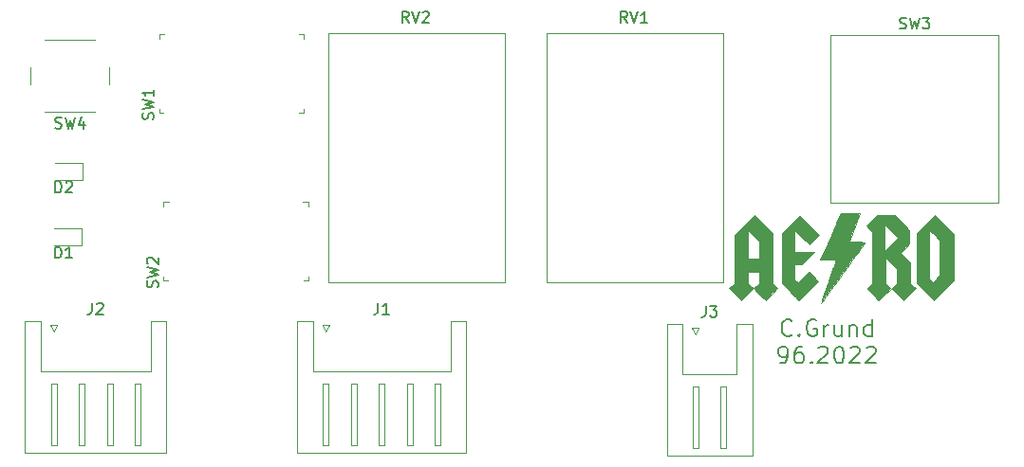
<source format=gbr>
%TF.GenerationSoftware,KiCad,Pcbnew,(6.0.1-0)*%
%TF.CreationDate,2022-04-07T08:57:16-04:00*%
%TF.ProjectId,interface-board,696e7465-7266-4616-9365-2d626f617264,rev?*%
%TF.SameCoordinates,Original*%
%TF.FileFunction,Legend,Top*%
%TF.FilePolarity,Positive*%
%FSLAX46Y46*%
G04 Gerber Fmt 4.6, Leading zero omitted, Abs format (unit mm)*
G04 Created by KiCad (PCBNEW (6.0.1-0)) date 2022-04-07 08:57:16*
%MOMM*%
%LPD*%
G01*
G04 APERTURE LIST*
%ADD10C,0.150000*%
%ADD11C,0.120000*%
%ADD12C,0.100000*%
%ADD13C,0.010000*%
G04 APERTURE END LIST*
D10*
X146607142Y-75328214D02*
X146535714Y-75399642D01*
X146321428Y-75471071D01*
X146178571Y-75471071D01*
X145964285Y-75399642D01*
X145821428Y-75256785D01*
X145750000Y-75113928D01*
X145678571Y-74828214D01*
X145678571Y-74613928D01*
X145750000Y-74328214D01*
X145821428Y-74185357D01*
X145964285Y-74042500D01*
X146178571Y-73971071D01*
X146321428Y-73971071D01*
X146535714Y-74042500D01*
X146607142Y-74113928D01*
X147250000Y-75328214D02*
X147321428Y-75399642D01*
X147250000Y-75471071D01*
X147178571Y-75399642D01*
X147250000Y-75328214D01*
X147250000Y-75471071D01*
X148750000Y-74042500D02*
X148607142Y-73971071D01*
X148392857Y-73971071D01*
X148178571Y-74042500D01*
X148035714Y-74185357D01*
X147964285Y-74328214D01*
X147892857Y-74613928D01*
X147892857Y-74828214D01*
X147964285Y-75113928D01*
X148035714Y-75256785D01*
X148178571Y-75399642D01*
X148392857Y-75471071D01*
X148535714Y-75471071D01*
X148750000Y-75399642D01*
X148821428Y-75328214D01*
X148821428Y-74828214D01*
X148535714Y-74828214D01*
X149464285Y-75471071D02*
X149464285Y-74471071D01*
X149464285Y-74756785D02*
X149535714Y-74613928D01*
X149607142Y-74542500D01*
X149750000Y-74471071D01*
X149892857Y-74471071D01*
X151035714Y-74471071D02*
X151035714Y-75471071D01*
X150392857Y-74471071D02*
X150392857Y-75256785D01*
X150464285Y-75399642D01*
X150607142Y-75471071D01*
X150821428Y-75471071D01*
X150964285Y-75399642D01*
X151035714Y-75328214D01*
X151750000Y-74471071D02*
X151750000Y-75471071D01*
X151750000Y-74613928D02*
X151821428Y-74542500D01*
X151964285Y-74471071D01*
X152178571Y-74471071D01*
X152321428Y-74542500D01*
X152392857Y-74685357D01*
X152392857Y-75471071D01*
X153750000Y-75471071D02*
X153750000Y-73971071D01*
X153750000Y-75399642D02*
X153607142Y-75471071D01*
X153321428Y-75471071D01*
X153178571Y-75399642D01*
X153107142Y-75328214D01*
X153035714Y-75185357D01*
X153035714Y-74756785D01*
X153107142Y-74613928D01*
X153178571Y-74542500D01*
X153321428Y-74471071D01*
X153607142Y-74471071D01*
X153750000Y-74542500D01*
X145535714Y-77886071D02*
X145821428Y-77886071D01*
X145964285Y-77814642D01*
X146035714Y-77743214D01*
X146178571Y-77528928D01*
X146250000Y-77243214D01*
X146250000Y-76671785D01*
X146178571Y-76528928D01*
X146107142Y-76457500D01*
X145964285Y-76386071D01*
X145678571Y-76386071D01*
X145535714Y-76457500D01*
X145464285Y-76528928D01*
X145392857Y-76671785D01*
X145392857Y-77028928D01*
X145464285Y-77171785D01*
X145535714Y-77243214D01*
X145678571Y-77314642D01*
X145964285Y-77314642D01*
X146107142Y-77243214D01*
X146178571Y-77171785D01*
X146250000Y-77028928D01*
X147535714Y-76386071D02*
X147250000Y-76386071D01*
X147107142Y-76457500D01*
X147035714Y-76528928D01*
X146892857Y-76743214D01*
X146821428Y-77028928D01*
X146821428Y-77600357D01*
X146892857Y-77743214D01*
X146964285Y-77814642D01*
X147107142Y-77886071D01*
X147392857Y-77886071D01*
X147535714Y-77814642D01*
X147607142Y-77743214D01*
X147678571Y-77600357D01*
X147678571Y-77243214D01*
X147607142Y-77100357D01*
X147535714Y-77028928D01*
X147392857Y-76957500D01*
X147107142Y-76957500D01*
X146964285Y-77028928D01*
X146892857Y-77100357D01*
X146821428Y-77243214D01*
X148321428Y-77743214D02*
X148392857Y-77814642D01*
X148321428Y-77886071D01*
X148250000Y-77814642D01*
X148321428Y-77743214D01*
X148321428Y-77886071D01*
X148964285Y-76528928D02*
X149035714Y-76457500D01*
X149178571Y-76386071D01*
X149535714Y-76386071D01*
X149678571Y-76457500D01*
X149750000Y-76528928D01*
X149821428Y-76671785D01*
X149821428Y-76814642D01*
X149750000Y-77028928D01*
X148892857Y-77886071D01*
X149821428Y-77886071D01*
X150750000Y-76386071D02*
X150892857Y-76386071D01*
X151035714Y-76457500D01*
X151107142Y-76528928D01*
X151178571Y-76671785D01*
X151250000Y-76957500D01*
X151250000Y-77314642D01*
X151178571Y-77600357D01*
X151107142Y-77743214D01*
X151035714Y-77814642D01*
X150892857Y-77886071D01*
X150750000Y-77886071D01*
X150607142Y-77814642D01*
X150535714Y-77743214D01*
X150464285Y-77600357D01*
X150392857Y-77314642D01*
X150392857Y-76957500D01*
X150464285Y-76671785D01*
X150535714Y-76528928D01*
X150607142Y-76457500D01*
X150750000Y-76386071D01*
X151821428Y-76528928D02*
X151892857Y-76457500D01*
X152035714Y-76386071D01*
X152392857Y-76386071D01*
X152535714Y-76457500D01*
X152607142Y-76528928D01*
X152678571Y-76671785D01*
X152678571Y-76814642D01*
X152607142Y-77028928D01*
X151750000Y-77886071D01*
X152678571Y-77886071D01*
X153250000Y-76528928D02*
X153321428Y-76457500D01*
X153464285Y-76386071D01*
X153821428Y-76386071D01*
X153964285Y-76457500D01*
X154035714Y-76528928D01*
X154107142Y-76671785D01*
X154107142Y-76814642D01*
X154035714Y-77028928D01*
X153178571Y-77886071D01*
X154107142Y-77886071D01*
%TO.C,RV1*%
X131904761Y-47452380D02*
X131571428Y-46976190D01*
X131333333Y-47452380D02*
X131333333Y-46452380D01*
X131714285Y-46452380D01*
X131809523Y-46500000D01*
X131857142Y-46547619D01*
X131904761Y-46642857D01*
X131904761Y-46785714D01*
X131857142Y-46880952D01*
X131809523Y-46928571D01*
X131714285Y-46976190D01*
X131333333Y-46976190D01*
X132190476Y-46452380D02*
X132523809Y-47452380D01*
X132857142Y-46452380D01*
X133714285Y-47452380D02*
X133142857Y-47452380D01*
X133428571Y-47452380D02*
X133428571Y-46452380D01*
X133333333Y-46595238D01*
X133238095Y-46690476D01*
X133142857Y-46738095D01*
%TO.C,J3*%
X138916666Y-72752380D02*
X138916666Y-73466666D01*
X138869047Y-73609523D01*
X138773809Y-73704761D01*
X138630952Y-73752380D01*
X138535714Y-73752380D01*
X139297619Y-72752380D02*
X139916666Y-72752380D01*
X139583333Y-73133333D01*
X139726190Y-73133333D01*
X139821428Y-73180952D01*
X139869047Y-73228571D01*
X139916666Y-73323809D01*
X139916666Y-73561904D01*
X139869047Y-73657142D01*
X139821428Y-73704761D01*
X139726190Y-73752380D01*
X139440476Y-73752380D01*
X139345238Y-73704761D01*
X139297619Y-73657142D01*
%TO.C,SW3*%
X156216666Y-47954761D02*
X156359523Y-48002380D01*
X156597619Y-48002380D01*
X156692857Y-47954761D01*
X156740476Y-47907142D01*
X156788095Y-47811904D01*
X156788095Y-47716666D01*
X156740476Y-47621428D01*
X156692857Y-47573809D01*
X156597619Y-47526190D01*
X156407142Y-47478571D01*
X156311904Y-47430952D01*
X156264285Y-47383333D01*
X156216666Y-47288095D01*
X156216666Y-47192857D01*
X156264285Y-47097619D01*
X156311904Y-47050000D01*
X156407142Y-47002380D01*
X156645238Y-47002380D01*
X156788095Y-47050000D01*
X157121428Y-47002380D02*
X157359523Y-48002380D01*
X157550000Y-47288095D01*
X157740476Y-48002380D01*
X157978571Y-47002380D01*
X158264285Y-47002380D02*
X158883333Y-47002380D01*
X158550000Y-47383333D01*
X158692857Y-47383333D01*
X158788095Y-47430952D01*
X158835714Y-47478571D01*
X158883333Y-47573809D01*
X158883333Y-47811904D01*
X158835714Y-47907142D01*
X158788095Y-47954761D01*
X158692857Y-48002380D01*
X158407142Y-48002380D01*
X158311904Y-47954761D01*
X158264285Y-47907142D01*
%TO.C,J1*%
X109666666Y-72502380D02*
X109666666Y-73216666D01*
X109619047Y-73359523D01*
X109523809Y-73454761D01*
X109380952Y-73502380D01*
X109285714Y-73502380D01*
X110666666Y-73502380D02*
X110095238Y-73502380D01*
X110380952Y-73502380D02*
X110380952Y-72502380D01*
X110285714Y-72645238D01*
X110190476Y-72740476D01*
X110095238Y-72788095D01*
%TO.C,SW4*%
X80866666Y-56854761D02*
X81009523Y-56902380D01*
X81247619Y-56902380D01*
X81342857Y-56854761D01*
X81390476Y-56807142D01*
X81438095Y-56711904D01*
X81438095Y-56616666D01*
X81390476Y-56521428D01*
X81342857Y-56473809D01*
X81247619Y-56426190D01*
X81057142Y-56378571D01*
X80961904Y-56330952D01*
X80914285Y-56283333D01*
X80866666Y-56188095D01*
X80866666Y-56092857D01*
X80914285Y-55997619D01*
X80961904Y-55950000D01*
X81057142Y-55902380D01*
X81295238Y-55902380D01*
X81438095Y-55950000D01*
X81771428Y-55902380D02*
X82009523Y-56902380D01*
X82200000Y-56188095D01*
X82390476Y-56902380D01*
X82628571Y-55902380D01*
X83438095Y-56235714D02*
X83438095Y-56902380D01*
X83200000Y-55854761D02*
X82961904Y-56569047D01*
X83580952Y-56569047D01*
%TO.C,J2*%
X84166666Y-72502380D02*
X84166666Y-73216666D01*
X84119047Y-73359523D01*
X84023809Y-73454761D01*
X83880952Y-73502380D01*
X83785714Y-73502380D01*
X84595238Y-72597619D02*
X84642857Y-72550000D01*
X84738095Y-72502380D01*
X84976190Y-72502380D01*
X85071428Y-72550000D01*
X85119047Y-72597619D01*
X85166666Y-72692857D01*
X85166666Y-72788095D01*
X85119047Y-72930952D01*
X84547619Y-73502380D01*
X85166666Y-73502380D01*
%TO.C,D2*%
X80886904Y-62632380D02*
X80886904Y-61632380D01*
X81125000Y-61632380D01*
X81267857Y-61680000D01*
X81363095Y-61775238D01*
X81410714Y-61870476D01*
X81458333Y-62060952D01*
X81458333Y-62203809D01*
X81410714Y-62394285D01*
X81363095Y-62489523D01*
X81267857Y-62584761D01*
X81125000Y-62632380D01*
X80886904Y-62632380D01*
X81839285Y-61727619D02*
X81886904Y-61680000D01*
X81982142Y-61632380D01*
X82220238Y-61632380D01*
X82315476Y-61680000D01*
X82363095Y-61727619D01*
X82410714Y-61822857D01*
X82410714Y-61918095D01*
X82363095Y-62060952D01*
X81791666Y-62632380D01*
X82410714Y-62632380D01*
%TO.C,SW1*%
X89605133Y-56097939D02*
X89652752Y-55955082D01*
X89652752Y-55716986D01*
X89605133Y-55621748D01*
X89557514Y-55574129D01*
X89462276Y-55526510D01*
X89367038Y-55526510D01*
X89271800Y-55574129D01*
X89224181Y-55621748D01*
X89176562Y-55716986D01*
X89128943Y-55907463D01*
X89081324Y-56002701D01*
X89033705Y-56050320D01*
X88938467Y-56097939D01*
X88843229Y-56097939D01*
X88747991Y-56050320D01*
X88700372Y-56002701D01*
X88652752Y-55907463D01*
X88652752Y-55669367D01*
X88700372Y-55526510D01*
X88652752Y-55193177D02*
X89652752Y-54955082D01*
X88938467Y-54764606D01*
X89652752Y-54574129D01*
X88652752Y-54336034D01*
X89652752Y-53431272D02*
X89652752Y-54002701D01*
X89652752Y-53716986D02*
X88652752Y-53716986D01*
X88795610Y-53812225D01*
X88890848Y-53907463D01*
X88938467Y-54002701D01*
%TO.C,RV2*%
X112404761Y-47452380D02*
X112071428Y-46976190D01*
X111833333Y-47452380D02*
X111833333Y-46452380D01*
X112214285Y-46452380D01*
X112309523Y-46500000D01*
X112357142Y-46547619D01*
X112404761Y-46642857D01*
X112404761Y-46785714D01*
X112357142Y-46880952D01*
X112309523Y-46928571D01*
X112214285Y-46976190D01*
X111833333Y-46976190D01*
X112690476Y-46452380D02*
X113023809Y-47452380D01*
X113357142Y-46452380D01*
X113642857Y-46547619D02*
X113690476Y-46500000D01*
X113785714Y-46452380D01*
X114023809Y-46452380D01*
X114119047Y-46500000D01*
X114166666Y-46547619D01*
X114214285Y-46642857D01*
X114214285Y-46738095D01*
X114166666Y-46880952D01*
X113595238Y-47452380D01*
X114214285Y-47452380D01*
%TO.C,SW2*%
X90005133Y-71097939D02*
X90052752Y-70955082D01*
X90052752Y-70716986D01*
X90005133Y-70621748D01*
X89957514Y-70574129D01*
X89862276Y-70526510D01*
X89767038Y-70526510D01*
X89671800Y-70574129D01*
X89624181Y-70621748D01*
X89576562Y-70716986D01*
X89528943Y-70907463D01*
X89481324Y-71002701D01*
X89433705Y-71050320D01*
X89338467Y-71097939D01*
X89243229Y-71097939D01*
X89147991Y-71050320D01*
X89100372Y-71002701D01*
X89052752Y-70907463D01*
X89052752Y-70669367D01*
X89100372Y-70526510D01*
X89052752Y-70193177D02*
X90052752Y-69955082D01*
X89338467Y-69764606D01*
X90052752Y-69574129D01*
X89052752Y-69336034D01*
X89147991Y-69002701D02*
X89100372Y-68955082D01*
X89052752Y-68859844D01*
X89052752Y-68621748D01*
X89100372Y-68526510D01*
X89147991Y-68478891D01*
X89243229Y-68431272D01*
X89338467Y-68431272D01*
X89481324Y-68478891D01*
X90052752Y-69050320D01*
X90052752Y-68431272D01*
%TO.C,D1*%
X80861904Y-68482380D02*
X80861904Y-67482380D01*
X81100000Y-67482380D01*
X81242857Y-67530000D01*
X81338095Y-67625238D01*
X81385714Y-67720476D01*
X81433333Y-67910952D01*
X81433333Y-68053809D01*
X81385714Y-68244285D01*
X81338095Y-68339523D01*
X81242857Y-68434761D01*
X81100000Y-68482380D01*
X80861904Y-68482380D01*
X82385714Y-68482380D02*
X81814285Y-68482380D01*
X82100000Y-68482380D02*
X82100000Y-67482380D01*
X82004761Y-67625238D01*
X81909523Y-67720476D01*
X81814285Y-67768095D01*
D11*
%TO.C,RV1*%
X124750000Y-48375000D02*
X140500000Y-48375000D01*
X140500000Y-48375000D02*
X140500000Y-70625000D01*
X140500000Y-70625000D02*
X124750000Y-70625000D01*
X124750000Y-70625000D02*
X124750000Y-48375000D01*
%TO.C,J3*%
X138250000Y-80000000D02*
X137750000Y-80000000D01*
X139250000Y-86110000D02*
X143060000Y-86110000D01*
X140250000Y-85500000D02*
X140750000Y-85500000D01*
X140250000Y-80000000D02*
X140250000Y-85500000D01*
X136860000Y-74390000D02*
X136860000Y-78890000D01*
X137750000Y-85500000D02*
X138250000Y-85500000D01*
X137700000Y-74700000D02*
X138300000Y-74700000D01*
X139250000Y-86110000D02*
X135440000Y-86110000D01*
X137750000Y-80000000D02*
X137750000Y-85500000D01*
X135440000Y-86110000D02*
X135440000Y-74390000D01*
X143060000Y-86110000D02*
X143060000Y-74390000D01*
X136860000Y-78890000D02*
X139250000Y-78890000D01*
X140750000Y-85500000D02*
X140750000Y-80000000D01*
X138300000Y-74700000D02*
X138000000Y-75300000D01*
X135440000Y-74390000D02*
X136860000Y-74390000D01*
X138000000Y-75300000D02*
X137700000Y-74700000D01*
X140750000Y-80000000D02*
X140250000Y-80000000D01*
X141640000Y-78890000D02*
X139250000Y-78890000D01*
X138250000Y-85500000D02*
X138250000Y-80000000D01*
X141640000Y-74390000D02*
X141640000Y-78890000D01*
X143060000Y-74390000D02*
X141640000Y-74390000D01*
%TO.C,SW3*%
X165050000Y-48550000D02*
X150050000Y-48550000D01*
X150050000Y-48550000D02*
X150050000Y-63550000D01*
X150050000Y-63550000D02*
X165050000Y-63550000D01*
X165050000Y-63550000D02*
X165050000Y-48550000D01*
%TO.C,J1*%
X102440000Y-85860000D02*
X102440000Y-74140000D01*
X109750000Y-85250000D02*
X110250000Y-85250000D01*
X112250000Y-79750000D02*
X112250000Y-85250000D01*
X107750000Y-85250000D02*
X107750000Y-79750000D01*
X110000000Y-85860000D02*
X102440000Y-85860000D01*
X105300000Y-74450000D02*
X105000000Y-75050000D01*
X104750000Y-79750000D02*
X104750000Y-85250000D01*
X104700000Y-74450000D02*
X105300000Y-74450000D01*
X105000000Y-75050000D02*
X104700000Y-74450000D01*
X112750000Y-79750000D02*
X112250000Y-79750000D01*
X107750000Y-79750000D02*
X107250000Y-79750000D01*
X110250000Y-85250000D02*
X110250000Y-79750000D01*
X112250000Y-85250000D02*
X112750000Y-85250000D01*
X115250000Y-85250000D02*
X115250000Y-79750000D01*
X115250000Y-79750000D02*
X114750000Y-79750000D01*
X114750000Y-79750000D02*
X114750000Y-85250000D01*
X107250000Y-79750000D02*
X107250000Y-85250000D01*
X114750000Y-85250000D02*
X115250000Y-85250000D01*
X116140000Y-74140000D02*
X116140000Y-78640000D01*
X109750000Y-79750000D02*
X109750000Y-85250000D01*
X105250000Y-79750000D02*
X104750000Y-79750000D01*
X104750000Y-85250000D02*
X105250000Y-85250000D01*
X116140000Y-78640000D02*
X110000000Y-78640000D01*
X107250000Y-85250000D02*
X107750000Y-85250000D01*
X117560000Y-74140000D02*
X116140000Y-74140000D01*
X103860000Y-78640000D02*
X110000000Y-78640000D01*
X110000000Y-85860000D02*
X117560000Y-85860000D01*
X110250000Y-79750000D02*
X109750000Y-79750000D01*
X112750000Y-85250000D02*
X112750000Y-79750000D01*
X102440000Y-74140000D02*
X103860000Y-74140000D01*
X105250000Y-85250000D02*
X105250000Y-79750000D01*
X103860000Y-74140000D02*
X103860000Y-78640000D01*
X117560000Y-85860000D02*
X117560000Y-74140000D01*
%TO.C,SW4*%
X84450000Y-48950000D02*
X79950000Y-48950000D01*
X85700000Y-52950000D02*
X85700000Y-51450000D01*
X79950000Y-55450000D02*
X84450000Y-55450000D01*
X78700000Y-51450000D02*
X78700000Y-52950000D01*
%TO.C,J2*%
X83500000Y-79750000D02*
X83000000Y-79750000D01*
X83000000Y-85250000D02*
X83500000Y-85250000D01*
X86000000Y-85250000D02*
X86000000Y-79750000D01*
X79610000Y-74140000D02*
X79610000Y-78640000D01*
X78190000Y-74140000D02*
X79610000Y-74140000D01*
X90810000Y-85860000D02*
X90810000Y-74140000D01*
X89390000Y-74140000D02*
X89390000Y-78640000D01*
X84500000Y-85860000D02*
X78190000Y-85860000D01*
X88000000Y-79750000D02*
X88000000Y-85250000D01*
X86000000Y-79750000D02*
X85500000Y-79750000D01*
X88500000Y-85250000D02*
X88500000Y-79750000D01*
X89390000Y-78640000D02*
X84500000Y-78640000D01*
X88000000Y-85250000D02*
X88500000Y-85250000D01*
X90810000Y-74140000D02*
X89390000Y-74140000D01*
X81000000Y-85250000D02*
X81000000Y-79750000D01*
X81050000Y-74450000D02*
X80750000Y-75050000D01*
X80750000Y-75050000D02*
X80450000Y-74450000D01*
X79610000Y-78640000D02*
X84500000Y-78640000D01*
X78190000Y-85860000D02*
X78190000Y-74140000D01*
X84500000Y-85860000D02*
X90810000Y-85860000D01*
X80500000Y-85250000D02*
X81000000Y-85250000D01*
X83000000Y-79750000D02*
X83000000Y-85250000D01*
X85500000Y-85250000D02*
X86000000Y-85250000D01*
X83500000Y-85250000D02*
X83500000Y-79750000D01*
X80450000Y-74450000D02*
X81050000Y-74450000D01*
X88500000Y-79750000D02*
X88000000Y-79750000D01*
X85500000Y-79750000D02*
X85500000Y-85250000D01*
X81000000Y-79750000D02*
X80500000Y-79750000D01*
X80500000Y-79750000D02*
X80500000Y-85250000D01*
%TO.C,D2*%
X83285000Y-60015000D02*
X80825000Y-60015000D01*
X83285000Y-61485000D02*
X83285000Y-60015000D01*
X80825000Y-61485000D02*
X83285000Y-61485000D01*
D12*
%TO.C,SW1*%
X103050000Y-55525000D02*
X103050000Y-55150000D01*
X90525000Y-55525000D02*
X90150000Y-55525000D01*
X103050000Y-48475000D02*
X103050000Y-48900000D01*
X103050000Y-55525000D02*
X102650000Y-55525000D01*
X90175000Y-48475000D02*
X90625000Y-48475000D01*
X90150000Y-48475000D02*
X90150000Y-48900000D01*
X103050000Y-48475000D02*
X102600000Y-48475000D01*
X90150000Y-55525000D02*
X90150000Y-55175000D01*
D13*
%TO.C,G\u002A\u002A\u002A*%
X148166784Y-65550281D02*
X149017873Y-66402303D01*
X149017873Y-66402303D02*
X148135287Y-67288575D01*
X148135287Y-67288575D02*
X146852111Y-66007855D01*
X146852111Y-66007855D02*
X146852111Y-67944632D01*
X146852111Y-67944632D02*
X148621983Y-67917432D01*
X148621983Y-67917432D02*
X148052333Y-68488349D01*
X148052333Y-68488349D02*
X147482684Y-69059266D01*
X147482684Y-69059266D02*
X146852111Y-69059266D01*
X146852111Y-69059266D02*
X146852111Y-70406082D01*
X146852111Y-70406082D02*
X147018235Y-70532792D01*
X147018235Y-70532792D02*
X147184359Y-70659501D01*
X147184359Y-70659501D02*
X147659616Y-70185862D01*
X147659616Y-70185862D02*
X148134872Y-69712224D01*
X148134872Y-69712224D02*
X148975760Y-70553112D01*
X148975760Y-70553112D02*
X148110448Y-71414079D01*
X148110448Y-71414079D02*
X147877987Y-71644561D01*
X147877987Y-71644561D02*
X147667450Y-71851755D01*
X147667450Y-71851755D02*
X147487740Y-72027025D01*
X147487740Y-72027025D02*
X147347760Y-72161732D01*
X147347760Y-72161732D02*
X147256415Y-72247242D01*
X147256415Y-72247242D02*
X147222864Y-72275046D01*
X147222864Y-72275046D02*
X147185018Y-72243503D01*
X147185018Y-72243503D02*
X147091037Y-72155044D01*
X147091037Y-72155044D02*
X146950438Y-72018924D01*
X146950438Y-72018924D02*
X146772734Y-71844398D01*
X146772734Y-71844398D02*
X146567440Y-71640722D01*
X146567440Y-71640722D02*
X146443783Y-71517192D01*
X146443783Y-71517192D02*
X145686973Y-70759339D01*
X145686973Y-70759339D02*
X145686973Y-66336125D01*
X145686973Y-66336125D02*
X146501334Y-65517192D01*
X146501334Y-65517192D02*
X147315695Y-64698258D01*
X147315695Y-64698258D02*
X148166784Y-65550281D01*
X148166784Y-65550281D02*
X148166784Y-65550281D01*
G36*
X148166784Y-65550281D02*
G01*
X149017873Y-66402303D01*
X148135287Y-67288575D01*
X146852111Y-66007855D01*
X146852111Y-67944632D01*
X148621983Y-67917432D01*
X148052333Y-68488349D01*
X147482684Y-69059266D01*
X146852111Y-69059266D01*
X146852111Y-70406082D01*
X147018235Y-70532792D01*
X147184359Y-70659501D01*
X147659616Y-70185862D01*
X148134872Y-69712224D01*
X148975760Y-70553112D01*
X148110448Y-71414079D01*
X147877987Y-71644561D01*
X147667450Y-71851755D01*
X147487740Y-72027025D01*
X147347760Y-72161732D01*
X147256415Y-72247242D01*
X147222864Y-72275046D01*
X147185018Y-72243503D01*
X147091037Y-72155044D01*
X146950438Y-72018924D01*
X146772734Y-71844398D01*
X146567440Y-71640722D01*
X146443783Y-71517192D01*
X145686973Y-70759339D01*
X145686973Y-66336125D01*
X146501334Y-65517192D01*
X147315695Y-64698258D01*
X148166784Y-65550281D01*
G37*
X148166784Y-65550281D02*
X149017873Y-66402303D01*
X148135287Y-67288575D01*
X146852111Y-66007855D01*
X146852111Y-67944632D01*
X148621983Y-67917432D01*
X148052333Y-68488349D01*
X147482684Y-69059266D01*
X146852111Y-69059266D01*
X146852111Y-70406082D01*
X147018235Y-70532792D01*
X147184359Y-70659501D01*
X147659616Y-70185862D01*
X148134872Y-69712224D01*
X148975760Y-70553112D01*
X148110448Y-71414079D01*
X147877987Y-71644561D01*
X147667450Y-71851755D01*
X147487740Y-72027025D01*
X147347760Y-72161732D01*
X147256415Y-72247242D01*
X147222864Y-72275046D01*
X147185018Y-72243503D01*
X147091037Y-72155044D01*
X146950438Y-72018924D01*
X146772734Y-71844398D01*
X146567440Y-71640722D01*
X146443783Y-71517192D01*
X145686973Y-70759339D01*
X145686973Y-66336125D01*
X146501334Y-65517192D01*
X147315695Y-64698258D01*
X148166784Y-65550281D01*
X151709936Y-67055230D02*
X152434118Y-67055230D01*
X152434118Y-67055230D02*
X152707288Y-67055788D01*
X152707288Y-67055788D02*
X152899365Y-67058472D01*
X152899365Y-67058472D02*
X153022465Y-67064799D01*
X153022465Y-67064799D02*
X153088703Y-67076286D01*
X153088703Y-67076286D02*
X153110196Y-67094450D01*
X153110196Y-67094450D02*
X153099058Y-67120806D01*
X153099058Y-67120806D02*
X153085700Y-67136789D01*
X153085700Y-67136789D02*
X153048397Y-67185838D01*
X153048397Y-67185838D02*
X152962192Y-67303149D01*
X152962192Y-67303149D02*
X152832480Y-67481223D01*
X152832480Y-67481223D02*
X152664659Y-67712560D01*
X152664659Y-67712560D02*
X152464122Y-67989660D01*
X152464122Y-67989660D02*
X152236268Y-68305023D01*
X152236268Y-68305023D02*
X151986491Y-68651150D01*
X151986491Y-68651150D02*
X151720188Y-69020540D01*
X151720188Y-69020540D02*
X151442755Y-69405693D01*
X151442755Y-69405693D02*
X151159587Y-69799110D01*
X151159587Y-69799110D02*
X150876081Y-70193291D01*
X150876081Y-70193291D02*
X150597633Y-70580736D01*
X150597633Y-70580736D02*
X150329639Y-70953945D01*
X150329639Y-70953945D02*
X150077495Y-71305417D01*
X150077495Y-71305417D02*
X149846597Y-71627654D01*
X149846597Y-71627654D02*
X149642340Y-71913156D01*
X149642340Y-71913156D02*
X149470121Y-72154422D01*
X149470121Y-72154422D02*
X149335337Y-72343952D01*
X149335337Y-72343952D02*
X149243382Y-72474247D01*
X149243382Y-72474247D02*
X149199653Y-72537807D01*
X149199653Y-72537807D02*
X149198695Y-72539311D01*
X149198695Y-72539311D02*
X149202376Y-72514546D01*
X149202376Y-72514546D02*
X149234034Y-72410022D01*
X149234034Y-72410022D02*
X149290918Y-72233980D01*
X149290918Y-72233980D02*
X149370275Y-71994660D01*
X149370275Y-71994660D02*
X149469351Y-71700303D01*
X149469351Y-71700303D02*
X149585395Y-71359150D01*
X149585395Y-71359150D02*
X149715654Y-70979441D01*
X149715654Y-70979441D02*
X149839521Y-70620908D01*
X149839521Y-70620908D02*
X149981901Y-70209831D01*
X149981901Y-70209831D02*
X150114456Y-69826629D01*
X150114456Y-69826629D02*
X150234150Y-69480109D01*
X150234150Y-69480109D02*
X150337951Y-69179080D01*
X150337951Y-69179080D02*
X150422822Y-68932350D01*
X150422822Y-68932350D02*
X150485729Y-68748727D01*
X150485729Y-68748727D02*
X150523639Y-68637019D01*
X150523639Y-68637019D02*
X150533945Y-68605220D01*
X150533945Y-68605220D02*
X150490038Y-68601023D01*
X150490038Y-68601023D02*
X150369106Y-68597465D01*
X150369106Y-68597465D02*
X150187334Y-68594828D01*
X150187334Y-68594828D02*
X149960910Y-68593392D01*
X149960910Y-68593392D02*
X149841350Y-68593211D01*
X149841350Y-68593211D02*
X149148755Y-68593211D01*
X149148755Y-68593211D02*
X149669291Y-67416422D01*
X149669291Y-67416422D02*
X149833864Y-67044008D01*
X149833864Y-67044008D02*
X150011486Y-66641447D01*
X150011486Y-66641447D02*
X150191024Y-66234010D01*
X150191024Y-66234010D02*
X150361346Y-65846969D01*
X150361346Y-65846969D02*
X150511321Y-65505596D01*
X150511321Y-65505596D02*
X150582847Y-65342477D01*
X150582847Y-65342477D02*
X150975867Y-64445322D01*
X150975867Y-64445322D02*
X152666946Y-64445322D01*
X152666946Y-64445322D02*
X151709936Y-67055230D01*
X151709936Y-67055230D02*
X151709936Y-67055230D01*
G36*
X151709936Y-67055230D02*
G01*
X152434118Y-67055230D01*
X152707288Y-67055788D01*
X152899365Y-67058472D01*
X153022465Y-67064799D01*
X153088703Y-67076286D01*
X153110196Y-67094450D01*
X153099058Y-67120806D01*
X153085700Y-67136789D01*
X153048397Y-67185838D01*
X152962192Y-67303149D01*
X152832480Y-67481223D01*
X152664659Y-67712560D01*
X152464122Y-67989660D01*
X152236268Y-68305023D01*
X151986491Y-68651150D01*
X151720188Y-69020540D01*
X151442755Y-69405693D01*
X151159587Y-69799110D01*
X150876081Y-70193291D01*
X150597633Y-70580736D01*
X150329639Y-70953945D01*
X150077495Y-71305417D01*
X149846597Y-71627654D01*
X149642340Y-71913156D01*
X149470121Y-72154422D01*
X149335337Y-72343952D01*
X149243382Y-72474247D01*
X149199653Y-72537807D01*
X149198695Y-72539311D01*
X149202376Y-72514546D01*
X149234034Y-72410022D01*
X149290918Y-72233980D01*
X149370275Y-71994660D01*
X149469351Y-71700303D01*
X149585395Y-71359150D01*
X149715654Y-70979441D01*
X149839521Y-70620908D01*
X149981901Y-70209831D01*
X150114456Y-69826629D01*
X150234150Y-69480109D01*
X150337951Y-69179080D01*
X150422822Y-68932350D01*
X150485729Y-68748727D01*
X150523639Y-68637019D01*
X150533945Y-68605220D01*
X150490038Y-68601023D01*
X150369106Y-68597465D01*
X150187334Y-68594828D01*
X149960910Y-68593392D01*
X149841350Y-68593211D01*
X149148755Y-68593211D01*
X149669291Y-67416422D01*
X149833864Y-67044008D01*
X150011486Y-66641447D01*
X150191024Y-66234010D01*
X150361346Y-65846969D01*
X150511321Y-65505596D01*
X150582847Y-65342477D01*
X150975867Y-64445322D01*
X152666946Y-64445322D01*
X151709936Y-67055230D01*
G37*
X151709936Y-67055230D02*
X152434118Y-67055230D01*
X152707288Y-67055788D01*
X152899365Y-67058472D01*
X153022465Y-67064799D01*
X153088703Y-67076286D01*
X153110196Y-67094450D01*
X153099058Y-67120806D01*
X153085700Y-67136789D01*
X153048397Y-67185838D01*
X152962192Y-67303149D01*
X152832480Y-67481223D01*
X152664659Y-67712560D01*
X152464122Y-67989660D01*
X152236268Y-68305023D01*
X151986491Y-68651150D01*
X151720188Y-69020540D01*
X151442755Y-69405693D01*
X151159587Y-69799110D01*
X150876081Y-70193291D01*
X150597633Y-70580736D01*
X150329639Y-70953945D01*
X150077495Y-71305417D01*
X149846597Y-71627654D01*
X149642340Y-71913156D01*
X149470121Y-72154422D01*
X149335337Y-72343952D01*
X149243382Y-72474247D01*
X149199653Y-72537807D01*
X149198695Y-72539311D01*
X149202376Y-72514546D01*
X149234034Y-72410022D01*
X149290918Y-72233980D01*
X149370275Y-71994660D01*
X149469351Y-71700303D01*
X149585395Y-71359150D01*
X149715654Y-70979441D01*
X149839521Y-70620908D01*
X149981901Y-70209831D01*
X150114456Y-69826629D01*
X150234150Y-69480109D01*
X150337951Y-69179080D01*
X150422822Y-68932350D01*
X150485729Y-68748727D01*
X150523639Y-68637019D01*
X150533945Y-68605220D01*
X150490038Y-68601023D01*
X150369106Y-68597465D01*
X150187334Y-68594828D01*
X149960910Y-68593392D01*
X149841350Y-68593211D01*
X149148755Y-68593211D01*
X149669291Y-67416422D01*
X149833864Y-67044008D01*
X150011486Y-66641447D01*
X150191024Y-66234010D01*
X150361346Y-65846969D01*
X150511321Y-65505596D01*
X150582847Y-65342477D01*
X150975867Y-64445322D01*
X152666946Y-64445322D01*
X151709936Y-67055230D01*
X156441796Y-65343061D02*
X157105322Y-66007772D01*
X157105322Y-66007772D02*
X157105322Y-67216505D01*
X157105322Y-67216505D02*
X156698470Y-67625251D01*
X156698470Y-67625251D02*
X156291617Y-68033997D01*
X156291617Y-68033997D02*
X157151927Y-68897899D01*
X157151927Y-68897899D02*
X157151927Y-70710831D01*
X157151927Y-70710831D02*
X157395682Y-70957652D01*
X157395682Y-70957652D02*
X157639437Y-71204472D01*
X157639437Y-71204472D02*
X157103893Y-71740016D01*
X157103893Y-71740016D02*
X156568349Y-72275559D01*
X156568349Y-72275559D02*
X156045640Y-71750991D01*
X156045640Y-71750991D02*
X155522930Y-71226422D01*
X155522930Y-71226422D02*
X155982754Y-70713762D01*
X155982754Y-70713762D02*
X155984772Y-70107095D01*
X155984772Y-70107095D02*
X155986789Y-69500429D01*
X155986789Y-69500429D02*
X155474129Y-68989358D01*
X155474129Y-68989358D02*
X154961468Y-68478287D01*
X154961468Y-68478287D02*
X154961468Y-70763871D01*
X154961468Y-70763871D02*
X155195010Y-70993902D01*
X155195010Y-70993902D02*
X155428552Y-71223932D01*
X155428552Y-71223932D02*
X154904486Y-71749489D01*
X154904486Y-71749489D02*
X154724818Y-71927866D01*
X154724818Y-71927866D02*
X154567849Y-72080303D01*
X154567849Y-72080303D02*
X154445364Y-72195623D01*
X154445364Y-72195623D02*
X154369152Y-72262647D01*
X154369152Y-72262647D02*
X154350288Y-72275046D01*
X154350288Y-72275046D02*
X154309465Y-72243040D01*
X154309465Y-72243040D02*
X154216282Y-72154649D01*
X154216282Y-72154649D02*
X154082312Y-72021315D01*
X154082312Y-72021315D02*
X153919131Y-71854482D01*
X153919131Y-71854482D02*
X153810101Y-71741056D01*
X153810101Y-71741056D02*
X153300046Y-71207066D01*
X153300046Y-71207066D02*
X153548188Y-70962006D01*
X153548188Y-70962006D02*
X153796331Y-70716946D01*
X153796331Y-70716946D02*
X153796331Y-67870369D01*
X153796331Y-67870369D02*
X154868257Y-67870369D01*
X154868257Y-67870369D02*
X155462249Y-67276377D01*
X155462249Y-67276377D02*
X156056241Y-66682386D01*
X156056241Y-66682386D02*
X154868257Y-65494402D01*
X154868257Y-65494402D02*
X154868257Y-67870369D01*
X154868257Y-67870369D02*
X153796331Y-67870369D01*
X153796331Y-67870369D02*
X153796331Y-66149125D01*
X153796331Y-66149125D02*
X153529517Y-65879498D01*
X153529517Y-65879498D02*
X153262703Y-65609870D01*
X153262703Y-65609870D02*
X153726716Y-65144110D01*
X153726716Y-65144110D02*
X154190729Y-64678349D01*
X154190729Y-64678349D02*
X155778270Y-64678349D01*
X155778270Y-64678349D02*
X156441796Y-65343061D01*
X156441796Y-65343061D02*
X156441796Y-65343061D01*
G36*
X153529517Y-65879498D02*
G01*
X153262703Y-65609870D01*
X153726716Y-65144110D01*
X154190729Y-64678349D01*
X155778270Y-64678349D01*
X156441796Y-65343061D01*
X157105322Y-66007772D01*
X157105322Y-67216505D01*
X156698470Y-67625251D01*
X156291617Y-68033997D01*
X157151927Y-68897899D01*
X157151927Y-70710831D01*
X157395682Y-70957652D01*
X157639437Y-71204472D01*
X157103893Y-71740016D01*
X156568349Y-72275559D01*
X156045640Y-71750991D01*
X155522930Y-71226422D01*
X155982754Y-70713762D01*
X155984772Y-70107095D01*
X155986789Y-69500429D01*
X155474129Y-68989358D01*
X154961468Y-68478287D01*
X154961468Y-70763871D01*
X155195010Y-70993902D01*
X155428552Y-71223932D01*
X154904486Y-71749489D01*
X154724818Y-71927866D01*
X154567849Y-72080303D01*
X154445364Y-72195623D01*
X154369152Y-72262647D01*
X154350288Y-72275046D01*
X154309465Y-72243040D01*
X154216282Y-72154649D01*
X154082312Y-72021315D01*
X153919131Y-71854482D01*
X153810101Y-71741056D01*
X153300046Y-71207066D01*
X153548188Y-70962006D01*
X153796331Y-70716946D01*
X153796331Y-67870369D01*
X154868257Y-67870369D01*
X155462249Y-67276377D01*
X156056241Y-66682386D01*
X154868257Y-65494402D01*
X154868257Y-67870369D01*
X153796331Y-67870369D01*
X153796331Y-66149125D01*
X153529517Y-65879498D01*
G37*
X153529517Y-65879498D02*
X153262703Y-65609870D01*
X153726716Y-65144110D01*
X154190729Y-64678349D01*
X155778270Y-64678349D01*
X156441796Y-65343061D01*
X157105322Y-66007772D01*
X157105322Y-67216505D01*
X156698470Y-67625251D01*
X156291617Y-68033997D01*
X157151927Y-68897899D01*
X157151927Y-70710831D01*
X157395682Y-70957652D01*
X157639437Y-71204472D01*
X157103893Y-71740016D01*
X156568349Y-72275559D01*
X156045640Y-71750991D01*
X155522930Y-71226422D01*
X155982754Y-70713762D01*
X155984772Y-70107095D01*
X155986789Y-69500429D01*
X155474129Y-68989358D01*
X154961468Y-68478287D01*
X154961468Y-70763871D01*
X155195010Y-70993902D01*
X155428552Y-71223932D01*
X154904486Y-71749489D01*
X154724818Y-71927866D01*
X154567849Y-72080303D01*
X154445364Y-72195623D01*
X154369152Y-72262647D01*
X154350288Y-72275046D01*
X154309465Y-72243040D01*
X154216282Y-72154649D01*
X154082312Y-72021315D01*
X153919131Y-71854482D01*
X153810101Y-71741056D01*
X153300046Y-71207066D01*
X153548188Y-70962006D01*
X153796331Y-70716946D01*
X153796331Y-67870369D01*
X154868257Y-67870369D01*
X155462249Y-67276377D01*
X156056241Y-66682386D01*
X154868257Y-65494402D01*
X154868257Y-67870369D01*
X153796331Y-67870369D01*
X153796331Y-66149125D01*
X153529517Y-65879498D01*
X161020184Y-66331873D02*
X161020184Y-70528260D01*
X161020184Y-70528260D02*
X160145849Y-71401686D01*
X160145849Y-71401686D02*
X159271515Y-72275112D01*
X159271515Y-72275112D02*
X158491354Y-71493937D01*
X158491354Y-71493937D02*
X157711193Y-70712763D01*
X157711193Y-70712763D02*
X157711193Y-70336480D01*
X157711193Y-70336480D02*
X158876331Y-70336480D01*
X158876331Y-70336480D02*
X159025946Y-70490844D01*
X159025946Y-70490844D02*
X159175562Y-70645209D01*
X159175562Y-70645209D02*
X159492001Y-70331194D01*
X159492001Y-70331194D02*
X159808441Y-70017179D01*
X159808441Y-70017179D02*
X159808441Y-66890362D01*
X159808441Y-66890362D02*
X159342386Y-66426055D01*
X159342386Y-66426055D02*
X158876331Y-65961749D01*
X158876331Y-65961749D02*
X158876331Y-70336480D01*
X158876331Y-70336480D02*
X157711193Y-70336480D01*
X157711193Y-70336480D02*
X157711193Y-66285240D01*
X157711193Y-66285240D02*
X158526796Y-65470636D01*
X158526796Y-65470636D02*
X159342400Y-64656031D01*
X159342400Y-64656031D02*
X161020184Y-66331873D01*
X161020184Y-66331873D02*
X161020184Y-66331873D01*
G36*
X158526796Y-65470636D02*
G01*
X159342400Y-64656031D01*
X161020184Y-66331873D01*
X161020184Y-70528260D01*
X160145849Y-71401686D01*
X159271515Y-72275112D01*
X158491354Y-71493937D01*
X157711193Y-70712763D01*
X157711193Y-70336480D01*
X158876331Y-70336480D01*
X159025946Y-70490844D01*
X159175562Y-70645209D01*
X159492001Y-70331194D01*
X159808441Y-70017179D01*
X159808441Y-66890362D01*
X159342386Y-66426055D01*
X158876331Y-65961749D01*
X158876331Y-70336480D01*
X157711193Y-70336480D01*
X157711193Y-66285240D01*
X158526796Y-65470636D01*
G37*
X158526796Y-65470636D02*
X159342400Y-64656031D01*
X161020184Y-66331873D01*
X161020184Y-70528260D01*
X160145849Y-71401686D01*
X159271515Y-72275112D01*
X158491354Y-71493937D01*
X157711193Y-70712763D01*
X157711193Y-70336480D01*
X158876331Y-70336480D01*
X159025946Y-70490844D01*
X159175562Y-70645209D01*
X159492001Y-70331194D01*
X159808441Y-70017179D01*
X159808441Y-66890362D01*
X159342386Y-66426055D01*
X158876331Y-65961749D01*
X158876331Y-70336480D01*
X157711193Y-70336480D01*
X157711193Y-66285240D01*
X158526796Y-65470636D01*
X144848074Y-66287210D02*
X144848074Y-70710831D01*
X144848074Y-70710831D02*
X145091829Y-70957652D01*
X145091829Y-70957652D02*
X145335583Y-71204472D01*
X145335583Y-71204472D02*
X144800040Y-71740016D01*
X144800040Y-71740016D02*
X144264496Y-72275559D01*
X144264496Y-72275559D02*
X143730215Y-71739759D01*
X143730215Y-71739759D02*
X143195935Y-71203958D01*
X143195935Y-71203958D02*
X143439436Y-70957394D01*
X143439436Y-70957394D02*
X143682936Y-70710831D01*
X143682936Y-70710831D02*
X143682936Y-69758349D01*
X143682936Y-69758349D02*
X142657615Y-69758349D01*
X142657615Y-69758349D02*
X142657615Y-70710831D01*
X142657615Y-70710831D02*
X142901370Y-70957652D01*
X142901370Y-70957652D02*
X143145125Y-71204472D01*
X143145125Y-71204472D02*
X142609581Y-71740016D01*
X142609581Y-71740016D02*
X142074037Y-72275559D01*
X142074037Y-72275559D02*
X141539757Y-71739759D01*
X141539757Y-71739759D02*
X141005477Y-71203958D01*
X141005477Y-71203958D02*
X141248977Y-70957394D01*
X141248977Y-70957394D02*
X141492478Y-70710831D01*
X141492478Y-70710831D02*
X141492478Y-68546606D01*
X141492478Y-68546606D02*
X142657615Y-68546606D01*
X142657615Y-68546606D02*
X143682936Y-68546606D01*
X143682936Y-68546606D02*
X143682936Y-67029337D01*
X143682936Y-67029337D02*
X143172637Y-66494669D01*
X143172637Y-66494669D02*
X142662338Y-65960000D01*
X142662338Y-65960000D02*
X142659977Y-67253303D01*
X142659977Y-67253303D02*
X142657615Y-68546606D01*
X142657615Y-68546606D02*
X141492478Y-68546606D01*
X141492478Y-68546606D02*
X141492478Y-66425135D01*
X141492478Y-66425135D02*
X142366805Y-65551717D01*
X142366805Y-65551717D02*
X143241132Y-64678298D01*
X143241132Y-64678298D02*
X144848074Y-66287210D01*
X144848074Y-66287210D02*
X144848074Y-66287210D01*
G36*
X142366805Y-65551717D02*
G01*
X143241132Y-64678298D01*
X144848074Y-66287210D01*
X144848074Y-70710831D01*
X145091829Y-70957652D01*
X145335583Y-71204472D01*
X144800040Y-71740016D01*
X144264496Y-72275559D01*
X143730215Y-71739759D01*
X143195935Y-71203958D01*
X143439436Y-70957394D01*
X143682936Y-70710831D01*
X143682936Y-69758349D01*
X142657615Y-69758349D01*
X142657615Y-70710831D01*
X142901370Y-70957652D01*
X143145125Y-71204472D01*
X142609581Y-71740016D01*
X142074037Y-72275559D01*
X141539757Y-71739759D01*
X141005477Y-71203958D01*
X141248977Y-70957394D01*
X141492478Y-70710831D01*
X141492478Y-68546606D01*
X142657615Y-68546606D01*
X143682936Y-68546606D01*
X143682936Y-67029337D01*
X143172637Y-66494669D01*
X142662338Y-65960000D01*
X142659977Y-67253303D01*
X142657615Y-68546606D01*
X141492478Y-68546606D01*
X141492478Y-66425135D01*
X142366805Y-65551717D01*
G37*
X142366805Y-65551717D02*
X143241132Y-64678298D01*
X144848074Y-66287210D01*
X144848074Y-70710831D01*
X145091829Y-70957652D01*
X145335583Y-71204472D01*
X144800040Y-71740016D01*
X144264496Y-72275559D01*
X143730215Y-71739759D01*
X143195935Y-71203958D01*
X143439436Y-70957394D01*
X143682936Y-70710831D01*
X143682936Y-69758349D01*
X142657615Y-69758349D01*
X142657615Y-70710831D01*
X142901370Y-70957652D01*
X143145125Y-71204472D01*
X142609581Y-71740016D01*
X142074037Y-72275559D01*
X141539757Y-71739759D01*
X141005477Y-71203958D01*
X141248977Y-70957394D01*
X141492478Y-70710831D01*
X141492478Y-68546606D01*
X142657615Y-68546606D01*
X143682936Y-68546606D01*
X143682936Y-67029337D01*
X143172637Y-66494669D01*
X142662338Y-65960000D01*
X142659977Y-67253303D01*
X142657615Y-68546606D01*
X141492478Y-68546606D01*
X141492478Y-66425135D01*
X142366805Y-65551717D01*
D11*
%TO.C,RV2*%
X105250000Y-48375000D02*
X121000000Y-48375000D01*
X121000000Y-48375000D02*
X121000000Y-70625000D01*
X121000000Y-70625000D02*
X105250000Y-70625000D01*
X105250000Y-70625000D02*
X105250000Y-48375000D01*
D12*
%TO.C,SW2*%
X103450000Y-70525000D02*
X103450000Y-70150000D01*
X103450000Y-63475000D02*
X103000000Y-63475000D01*
X90925000Y-70525000D02*
X90550000Y-70525000D01*
X90550000Y-70525000D02*
X90550000Y-70175000D01*
X90575000Y-63475000D02*
X91025000Y-63475000D01*
X103450000Y-63475000D02*
X103450000Y-63900000D01*
X90550000Y-63475000D02*
X90550000Y-63900000D01*
X103450000Y-70525000D02*
X103050000Y-70525000D01*
D11*
%TO.C,D1*%
X83260000Y-65865000D02*
X80800000Y-65865000D01*
X80800000Y-67335000D02*
X83260000Y-67335000D01*
X83260000Y-67335000D02*
X83260000Y-65865000D01*
%TD*%
M02*

</source>
